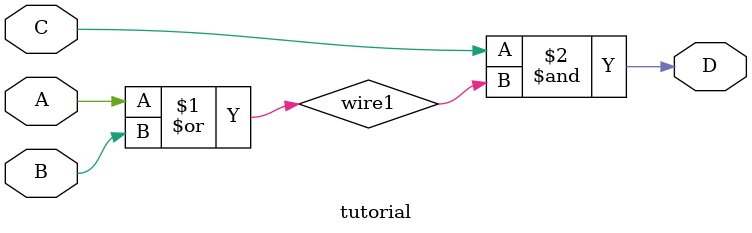
<source format=v>
`timescale 1ns / 1ps

//create a new module
module tutorial(A, B, C, D);
    //Defining inputs and outputs
    input wire [0:0] A;
    input wire [0:0] B;
    input wire [0:0] C;
    output wire [0:0] D;
    
    //internal wire
    wire wire1;
    
    //Gates for wires
    or(wire1, A, B);
    and(D, C, wire1);

endmodule

</source>
